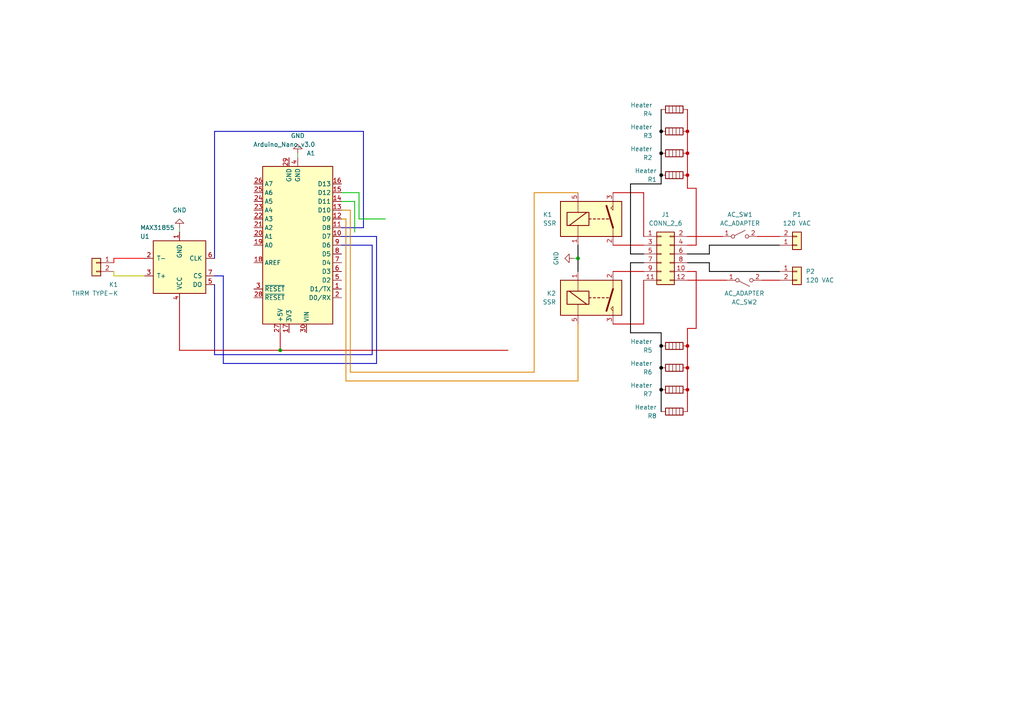
<source format=kicad_sch>
(kicad_sch (version 20211123) (generator eeschema)
  (paper "A4")
  (lib_symbols
    (symbol "Connector_Generic:Conn_01x02" (pin_names (offset 1.016) hide)
      (property "Reference" "J" (at 0 2.54 0))
      (property "Value" "Conn_01x02" (at 0 -5.08 0))
      (symbol "Conn_01x02_1_1"
        (rectangle (start -1.27 -2.413) (end 0 -2.667) (stroke (width 0.1524)))
        (rectangle (start -1.27 0.127) (end 0 -0.127) (stroke (width 0.1524)))
        (rectangle (start -1.27 1.27) (end 1.27 -3.81) (stroke (width 0.254)) (fill (type background)))
        (pin passive line (at -5.08 0 0) (length 3.81) (name "Pin_1") (number "1"))
        (pin passive line (at -5.08 -2.54 0) (length 3.81) (name "Pin_2") (number "2"))
      )
    )
    (symbol "Connector_Generic:Conn_02x06_Odd_Even" (pin_names (offset 1.016) hide)
      (property "Reference" "J" (at 1.27 7.62 0))
      (property "Value" "Conn_02x06_Odd_Even" (at 1.27 -10.16 0))
      (symbol "Conn_02x06_Odd_Even_1_1"
        (rectangle (start -1.27 -7.493) (end 0 -7.747) (stroke (width 0.1524)))
        (rectangle (start -1.27 -4.953) (end 0 -5.207) (stroke (width 0.1524)))
        (rectangle (start -1.27 -2.413) (end 0 -2.667) (stroke (width 0.1524)))
        (rectangle (start -1.27 0.127) (end 0 -0.127) (stroke (width 0.1524)))
        (rectangle (start -1.27 2.667) (end 0 2.413) (stroke (width 0.1524)))
        (rectangle (start -1.27 5.207) (end 0 4.953) (stroke (width 0.1524)))
        (rectangle (start -1.27 6.35) (end 3.81 -8.89) (stroke (width 0.254)) (fill (type background)))
        (rectangle (start 3.81 -7.493) (end 2.54 -7.747) (stroke (width 0.1524)))
        (rectangle (start 3.81 -4.953) (end 2.54 -5.207) (stroke (width 0.1524)))
        (rectangle (start 3.81 -2.413) (end 2.54 -2.667) (stroke (width 0.1524)))
        (rectangle (start 3.81 0.127) (end 2.54 -0.127) (stroke (width 0.1524)))
        (rectangle (start 3.81 2.667) (end 2.54 2.413) (stroke (width 0.1524)))
        (rectangle (start 3.81 5.207) (end 2.54 4.953) (stroke (width 0.1524)))
        (pin passive line (at -5.08 5.08 0) (length 3.81) (name "Pin_1") (number "1"))
        (pin passive line (at 7.62 -5.08 180) (length 3.81) (name "Pin_10") (number "10"))
        (pin passive line (at -5.08 -7.62 0) (length 3.81) (name "Pin_11") (number "11"))
        (pin passive line (at 7.62 -7.62 180) (length 3.81) (name "Pin_12") (number "12"))
        (pin passive line (at 7.62 5.08 180) (length 3.81) (name "Pin_2") (number "2"))
        (pin passive line (at -5.08 2.54 0) (length 3.81) (name "Pin_3") (number "3"))
        (pin passive line (at 7.62 2.54 180) (length 3.81) (name "Pin_4") (number "4"))
        (pin passive line (at -5.08 0 0) (length 3.81) (name "Pin_5") (number "5"))
        (pin passive line (at 7.62 0 180) (length 3.81) (name "Pin_6") (number "6"))
        (pin passive line (at -5.08 -2.54 0) (length 3.81) (name "Pin_7") (number "7"))
        (pin passive line (at 7.62 -2.54 180) (length 3.81) (name "Pin_8") (number "8"))
        (pin passive line (at -5.08 -5.08 0) (length 3.81) (name "Pin_9") (number "9"))
      )
    )
    (symbol "Device:Heater" (pin_numbers hide) (pin_names (offset 0))
      (property "Reference" "R" (at 2.032 0 90))
      (property "Value" "Heater" (at -2.032 0 90))
      (symbol "Heater_0_1"
        (rectangle (start -1.016 -2.54) (end 1.016 2.54) (stroke (width 0.254)))
        (polyline (pts (xy -1.016 1.524) (xy 1.016 1.524)))
        (polyline (pts (xy 1.016 -1.524) (xy -1.016 -1.524)))
        (polyline (pts (xy 1.016 -0.508) (xy -1.016 -0.508)))
        (polyline (pts (xy 1.016 0.508) (xy -1.016 0.508)))
      )
      (symbol "Heater_1_1"
        (pin passive line (at 0 3.81 270) (length 1.27) (name "~") (number "1"))
        (pin passive line (at 0 -3.81 90) (length 1.27) (name "~") (number "2"))
      )
    )
    (symbol "MCU_Module:Arduino_Nano_v3.x"
      (property "Reference" "A" (at -10.16 23.495 0))
      (property "Value" "Arduino_Nano_v3.x" (at 5.08 -24.13 0))
      (symbol "Arduino_Nano_v3.x_0_1"
        (rectangle (start -10.16 22.86) (end 10.16 -22.86) (stroke (width 0.254)) (fill (type background)))
      )
      (symbol "Arduino_Nano_v3.x_1_1"
        (pin bidirectional line (at -12.7 12.7 0) (length 2.54) (name "D1/TX") (number "1"))
        (pin bidirectional line (at -12.7 -2.54 0) (length 2.54) (name "D7") (number "10"))
        (pin bidirectional line (at -12.7 -5.08 0) (length 2.54) (name "D8") (number "11"))
        (pin bidirectional line (at -12.7 -7.62 0) (length 2.54) (name "D9") (number "12"))
        (pin bidirectional line (at -12.7 -10.16 0) (length 2.54) (name "D10") (number "13"))
        (pin bidirectional line (at -12.7 -12.7 0) (length 2.54) (name "D11") (number "14"))
        (pin bidirectional line (at -12.7 -15.24 0) (length 2.54) (name "D12") (number "15"))
        (pin bidirectional line (at -12.7 -17.78 0) (length 2.54) (name "D13") (number "16"))
        (pin power_out line (at 2.54 25.4 270) (length 2.54) (name "3V3") (number "17"))
        (pin input line (at 12.7 5.08 180) (length 2.54) (name "AREF") (number "18"))
        (pin bidirectional line (at 12.7 0 180) (length 2.54) (name "A0") (number "19"))
        (pin bidirectional line (at -12.7 15.24 0) (length 2.54) (name "D0/RX") (number "2"))
        (pin bidirectional line (at 12.7 -2.54 180) (length 2.54) (name "A1") (number "20"))
        (pin bidirectional line (at 12.7 -5.08 180) (length 2.54) (name "A2") (number "21"))
        (pin bidirectional line (at 12.7 -7.62 180) (length 2.54) (name "A3") (number "22"))
        (pin bidirectional line (at 12.7 -10.16 180) (length 2.54) (name "A4") (number "23"))
        (pin bidirectional line (at 12.7 -12.7 180) (length 2.54) (name "A5") (number "24"))
        (pin bidirectional line (at 12.7 -15.24 180) (length 2.54) (name "A6") (number "25"))
        (pin bidirectional line (at 12.7 -17.78 180) (length 2.54) (name "A7") (number "26"))
        (pin power_out line (at 5.08 25.4 270) (length 2.54) (name "+5V") (number "27"))
        (pin input line (at 12.7 15.24 180) (length 2.54) (name "~{RESET}") (number "28"))
        (pin power_in line (at 2.54 -25.4 90) (length 2.54) (name "GND") (number "29"))
        (pin input line (at 12.7 12.7 180) (length 2.54) (name "~{RESET}") (number "3"))
        (pin power_in line (at -2.54 25.4 270) (length 2.54) (name "VIN") (number "30"))
        (pin power_in line (at 0 -25.4 90) (length 2.54) (name "GND") (number "4"))
        (pin bidirectional line (at -12.7 10.16 0) (length 2.54) (name "D2") (number "5"))
        (pin bidirectional line (at -12.7 7.62 0) (length 2.54) (name "D3") (number "6"))
        (pin bidirectional line (at -12.7 5.08 0) (length 2.54) (name "D4") (number "7"))
        (pin bidirectional line (at -12.7 2.54 0) (length 2.54) (name "D5") (number "8"))
        (pin bidirectional line (at -12.7 0 0) (length 2.54) (name "D6") (number "9"))
      )
    )
    (symbol "Relay:G5Q-1A"
      (property "Reference" "K" (at 8.89 3.81 0))
      (property "Value" "G5Q-1A" (at 8.89 1.27 0))
      (symbol "G5Q-1A_0_0"
        (polyline (pts (xy 5.08 5.08) (xy 5.08 2.54) (xy 4.445 3.175) (xy 5.08 3.81)))
      )
      (symbol "G5Q-1A_0_1"
        (rectangle (start -10.16 5.08) (end 7.62 -5.08) (stroke (width 0.254)) (fill (type background)))
        (rectangle (start -8.255 1.905) (end -1.905 -1.905) (stroke (width 0.254)))
        (polyline (pts (xy -7.62 -1.905) (xy -2.54 1.905)) (stroke (width 0.254)))
        (polyline (pts (xy -5.08 -5.08) (xy -5.08 -1.905)))
        (polyline (pts (xy -5.08 5.08) (xy -5.08 1.905)))
        (polyline (pts (xy -1.905 0) (xy -1.27 0)) (stroke (width 0.254)))
        (polyline (pts (xy -0.635 0) (xy 0 0)) (stroke (width 0.254)))
        (polyline (pts (xy 0.635 0) (xy 1.27 0)) (stroke (width 0.254)))
        (polyline (pts (xy 1.905 0) (xy 2.54 0)) (stroke (width 0.254)))
        (polyline (pts (xy 3.175 0) (xy 3.81 0)) (stroke (width 0.254)))
        (polyline (pts (xy 5.08 -2.54) (xy 3.175 3.81)) (stroke (width 0.508)))
        (polyline (pts (xy 5.08 -2.54) (xy 5.08 -5.08)))
      )
      (symbol "G5Q-1A_1_1"
        (pin passive line (at -5.08 -7.62 90) (length 2.54) (name "~") (number "1"))
        (pin passive line (at 5.08 -7.62 90) (length 2.54) (name "~") (number "2"))
        (pin passive line (at 5.08 7.62 270) (length 2.54) (name "~") (number "3"))
        (pin passive line (at -5.08 7.62 270) (length 2.54) (name "~") (number "5"))
      )
    )
    (symbol "Sensor_Temperature:MAX31855EASA" (pin_names (offset 1.016))
      (property "Reference" "U1" (at -11.43 -8.89 0))
      (property "Value" "MAX31855" (at -11.43 -11.43 0))
      (symbol "MAX31855EASA_0_1"
        (rectangle (start -7.62 7.62) (end 7.62 -7.62) (stroke (width 0.254)) (fill (type background)))
      )
      (symbol "MAX31855EASA_1_1"
        (pin power_in line (at 0 -10.16 90) (length 2.54) (name "GND") (number "1"))
        (pin passive line (at -10.16 -2.54 0) (length 2.54) (name "T-") (number "2"))
        (pin passive line (at -10.16 2.54 0) (length 2.54) (name "T+") (number "3"))
        (pin power_in line (at 0 10.16 270) (length 2.54) (name "VCC") (number "4"))
        (pin input line (at 10.16 5.08 180) (length 2.54) (name "DO") (number "5"))
        (pin input line (at 10.16 -2.54 180) (length 2.54) (name "CLK") (number "6"))
        (pin tri_state line (at 10.16 2.54 180) (length 2.54) (name "CS") (number "7"))
      )
    )
    (symbol "Switch:SW_SPST" (pin_names (offset 0) hide)
      (property "Reference" "SW" (at 0 3.175 0))
      (property "Value" "SW_SPST" (at 0 -2.54 0))
      (symbol "SW_SPST_0_0"
        (circle (center -2.032 0) (radius 0.508))
        (polyline (pts (xy -1.524 0.254) (xy 1.524 1.778)))
        (circle (center 2.032 0) (radius 0.508))
      )
      (symbol "SW_SPST_1_1"
        (pin passive line (at -5.08 0 0) (length 2.54) (name "A") (number "1"))
        (pin passive line (at 5.08 0 180) (length 2.54) (name "B") (number "2"))
      )
    )
    (symbol "power:GND" (power) (pin_names (offset 0))
      (property "Value" "GND" (at 0 -3.81 0))
      (symbol "GND_0_1"
        (polyline (pts (xy 0 0) (xy 0 -1.27) (xy 1.27 -1.27) (xy 0 -2.54) (xy -1.27 -1.27) (xy 0 -1.27)))
      )
      (symbol "GND_1_1"
        (pin power_in line (at 0 0 270) (length 0) hide (name "GND") (number "1"))
      )
    )
  )
  (junction (at 199.39 100.33) (color 194 0 0 1))
  (junction (at 191.77 106.68) (color 0 0 0 1))
  (junction (at 191.77 38.1) (color 0 0 0 1))
  (junction (at 191.77 100.33) (color 0 0 0 1))
  (junction (at 167.64 74.93))
  (junction (at 199.39 50.8) (color 194 0 0 1))
  (junction (at 191.77 44.45) (color 0 0 0 1))
  (junction (at 199.39 44.45) (color 194 0 0 1))
  (junction (at 191.77 50.8) (color 0 0 0 1))
  (junction (at 81.28 101.6))
  (junction (at 199.39 38.1) (color 194 0 0 1))
  (junction (at 191.77 113.03) (color 0 0 0 1))
  (junction (at 199.39 106.68) (color 194 0 0 1))
  (junction (at 199.39 113.03) (color 194 0 0 1))
  (wire (pts (xy 201.93 95.25) (xy 199.39 95.25)) (stroke (width 0.25) (color 194 0 0 1)))
  (wire (pts (xy 105.41 66.04) (xy 105.41 38.1)) (stroke (width 0.25) (color 0 0 194 1)))
  (wire (pts (xy 109.22 105.41) (xy 64.77 105.41)) (stroke (width 0.25) (color 0 0 194 1)))
  (wire (pts (xy 177.8 78.74) (xy 186.69 78.74)) (stroke (width 0.25) (color 194 0 0 1)))
  (wire (pts (xy 107.95 102.87) (xy 62.23 102.87)) (stroke (width 0.25) (color 0 0 194 1)))
  (wire (pts (xy 166.37 74.93) (xy 167.64 74.93)))
  (wire (pts (xy 191.77 50.8) (xy 191.77 53.34)) (stroke (width 0.25) (color 0 0 0 1)))
  (wire (pts (xy 199.39 50.8) (xy 199.39 54.61)) (stroke (width 0.25) (color 194 0 0 1)))
  (wire (pts (xy 199.39 106.68) (xy 199.39 113.03)) (stroke (width 0.25) (color 194 0 0 1)))
  (wire (pts (xy 186.69 93.98) (xy 186.69 81.28)) (stroke (width 0.25) (color 194 0 0 1)))
  (wire (pts (xy 191.77 31.75) (xy 191.77 38.1)) (stroke (width 0.25) (color 0 0 0 1)))
  (wire (pts (xy 201.93 71.12) (xy 201.93 54.61)) (stroke (width 0.25) (color 194 0 0 1)))
  (wire (pts (xy 199.39 81.28) (xy 210.82 81.28)) (stroke (width 0.25) (color 194 0 0 1)))
  (wire (pts (xy 219.71 68.58) (xy 226.06 68.58)) (stroke (width 0.25) (color 194 0 0 1)))
  (wire (pts (xy 199.39 68.58) (xy 209.55 68.58)) (stroke (width 0.25) (color 194 0 0 1)))
  (wire (pts (xy 199.39 113.03) (xy 199.39 119.38)) (stroke (width 0.25) (color 194 0 0 1)))
  (wire (pts (xy 167.64 93.98) (xy 167.64 110.49)) (stroke (width 0.25) (color 221 133 0 1)))
  (wire (pts (xy 104.14 63.5) (xy 111.76 63.5)) (stroke (width 0.25) (color 0 194 0 1)))
  (wire (pts (xy 99.06 55.88) (xy 104.14 55.88)) (stroke (width 0.25) (color 0 194 0 1)))
  (wire (pts (xy 52.07 66.04) (xy 52.07 67.31)))
  (wire (pts (xy 191.77 100.33) (xy 191.77 106.68)) (stroke (width 0.25) (color 0 0 0 1)))
  (wire (pts (xy 104.14 55.88) (xy 104.14 63.5)) (stroke (width 0.25) (color 0 194 0 1)))
  (wire (pts (xy 186.69 68.58) (xy 186.69 55.88)) (stroke (width 0.25) (color 194 0 0 1)))
  (wire (pts (xy 201.93 54.61) (xy 199.39 54.61)) (stroke (width 0.25) (color 194 0 0 1)))
  (wire (pts (xy 107.95 71.12) (xy 107.95 102.87)) (stroke (width 0.25) (color 0 0 194 1)))
  (wire (pts (xy 99.06 71.12) (xy 107.95 71.12)) (stroke (width 0.25) (color 0 0 194 1)))
  (wire (pts (xy 205.74 73.66) (xy 199.39 73.66)) (stroke (width 0.25) (color 0 0 0 1)))
  (wire (pts (xy 52.07 87.63) (xy 52.07 101.6)) (stroke (width 0.25) (color 194 0 0 1)))
  (wire (pts (xy 81.28 96.52) (xy 81.28 101.6)) (stroke (width 0.25) (color 194 0 0 1)))
  (wire (pts (xy 33.02 78.74) (xy 33.02 80.01)) (stroke (width 0.25) (color 194 194 0 1)))
  (wire (pts (xy 167.64 55.88) (xy 154.94 55.88)) (stroke (width 0.25) (color 221 133 0 1)))
  (wire (pts (xy 182.88 76.2) (xy 182.88 96.52)) (stroke (width 0.25) (color 0 0 0 1)))
  (wire (pts (xy 220.98 81.28) (xy 226.06 81.28)) (stroke (width 0.25) (color 194 0 0 1)))
  (wire (pts (xy 64.77 105.41) (xy 64.77 80.01)) (stroke (width 0.25) (color 0 0 194 1)))
  (wire (pts (xy 182.88 96.52) (xy 191.77 96.52)) (stroke (width 0.25) (color 0 0 0 1)))
  (wire (pts (xy 33.02 80.01) (xy 41.91 80.01)) (stroke (width 0.25) (color 194 194 0 1)))
  (wire (pts (xy 205.74 78.74) (xy 205.74 76.2)) (stroke (width 0.25) (color 0 0 0 1)))
  (wire (pts (xy 99.06 60.96) (xy 101.6 60.96)) (stroke (width 0.25) (color 221 133 0 1)))
  (wire (pts (xy 105.41 38.1) (xy 62.23 38.1)) (stroke (width 0.25) (color 0 0 194 1)))
  (wire (pts (xy 154.94 55.88) (xy 154.94 107.95)) (stroke (width 0.25) (color 221 133 0 1)))
  (wire (pts (xy 33.02 74.93) (xy 41.91 74.93)) (stroke (width 0.25) (color 255 0 0 1)))
  (wire (pts (xy 199.39 95.25) (xy 199.39 100.33)) (stroke (width 0.25) (color 194 0 0 1)))
  (wire (pts (xy 205.74 76.2) (xy 199.39 76.2)) (stroke (width 0.25) (color 0 0 0 1)))
  (wire (pts (xy 86.36 44.45) (xy 86.36 45.72)))
  (wire (pts (xy 191.77 106.68) (xy 191.77 113.03)) (stroke (width 0.25) (color 0 0 0 1)))
  (wire (pts (xy 186.69 73.66) (xy 182.88 73.66)) (stroke (width 0.25) (color 0 0 0 1)))
  (wire (pts (xy 100.33 110.49) (xy 167.64 110.49)) (stroke (width 0.25) (color 221 133 0 1)))
  (wire (pts (xy 191.77 113.03) (xy 191.77 119.38)) (stroke (width 0.25) (color 0 0 0 1)))
  (wire (pts (xy 81.28 101.6) (xy 147.32 101.6)) (stroke (width 0.25) (color 194 0 0 1)))
  (wire (pts (xy 186.69 76.2) (xy 182.88 76.2)) (stroke (width 0.25) (color 0 0 0 1)))
  (wire (pts (xy 102.87 58.42) (xy 102.87 67.31)) (stroke (width 0.25) (color 0 194 0 1)))
  (wire (pts (xy 199.39 78.74) (xy 201.93 78.74)) (stroke (width 0.25) (color 194 0 0 1)))
  (wire (pts (xy 191.77 38.1) (xy 191.77 44.45)) (stroke (width 0.25) (color 0 0 0 1)))
  (wire (pts (xy 177.8 93.98) (xy 186.69 93.98)) (stroke (width 0.25) (color 194 0 0 1)))
  (wire (pts (xy 191.77 44.45) (xy 191.77 50.8)) (stroke (width 0.25) (color 0 0 0 1)))
  (wire (pts (xy 177.8 71.12) (xy 186.69 71.12)) (stroke (width 0.25) (color 194 0 0 1)))
  (wire (pts (xy 100.33 63.5) (xy 100.33 110.49)) (stroke (width 0.25) (color 221 133 0 1)))
  (wire (pts (xy 226.06 71.12) (xy 205.74 71.12)) (stroke (width 0.25) (color 0 0 0 1)))
  (wire (pts (xy 191.77 53.34) (xy 182.88 53.34)) (stroke (width 0.25) (color 0 0 0 1)))
  (wire (pts (xy 205.74 71.12) (xy 205.74 73.66)) (stroke (width 0.25) (color 0 0 0 1)))
  (wire (pts (xy 199.39 38.1) (xy 199.39 44.45)) (stroke (width 0.25) (color 194 0 0 1)))
  (wire (pts (xy 191.77 96.52) (xy 191.77 100.33)) (stroke (width 0.25) (color 0 0 0 1)))
  (wire (pts (xy 167.64 74.93) (xy 167.64 78.74)) (stroke (width 0.25) (color 0 0 0 1)))
  (wire (pts (xy 52.07 101.6) (xy 81.28 101.6)) (stroke (width 0.25) (color 194 0 0 1)))
  (wire (pts (xy 199.39 100.33) (xy 199.39 106.68)) (stroke (width 0.25) (color 194 0 0 1)))
  (wire (pts (xy 62.23 102.87) (xy 62.23 82.55)) (stroke (width 0.25) (color 0 0 194 1)))
  (wire (pts (xy 109.22 68.58) (xy 109.22 105.41)) (stroke (width 0.25) (color 0 0 194 1)))
  (wire (pts (xy 201.93 78.74) (xy 201.93 95.25)) (stroke (width 0.25) (color 194 0 0 1)))
  (wire (pts (xy 199.39 44.45) (xy 199.39 50.8)) (stroke (width 0.25) (color 194 0 0 1)))
  (wire (pts (xy 62.23 38.1) (xy 62.23 74.93)) (stroke (width 0.25) (color 0 0 194 1)))
  (wire (pts (xy 186.69 55.88) (xy 177.8 55.88)) (stroke (width 0.25) (color 194 0 0 1)))
  (wire (pts (xy 99.06 58.42) (xy 102.87 58.42)) (stroke (width 0.25) (color 0 194 0 1)))
  (wire (pts (xy 167.64 71.12) (xy 167.64 74.93)) (stroke (width 0.25) (color 0 0 0 1)))
  (wire (pts (xy 199.39 71.12) (xy 201.93 71.12)) (stroke (width 0.25) (color 194 0 0 1)))
  (wire (pts (xy 182.88 53.34) (xy 182.88 73.66)) (stroke (width 0.25) (color 0 0 0 1)))
  (wire (pts (xy 154.94 107.95) (xy 101.6 107.95)) (stroke (width 0.25) (color 221 133 0 1)))
  (wire (pts (xy 99.06 66.04) (xy 105.41 66.04)) (stroke (width 0.25) (color 0 0 194 1)))
  (wire (pts (xy 64.77 80.01) (xy 62.23 80.01)) (stroke (width 0.25) (color 0 0 194 1)))
  (wire (pts (xy 99.06 63.5) (xy 100.33 63.5)) (stroke (width 0.25) (color 221 133 0 1)))
  (wire (pts (xy 226.06 78.74) (xy 205.74 78.74)) (stroke (width 0.25) (color 0 0 0 1)))
  (wire (pts (xy 33.02 76.2) (xy 33.02 74.93)) (stroke (width 0.25) (color 255 0 0 1)))
  (wire (pts (xy 99.06 68.58) (xy 109.22 68.58)) (stroke (width 0.25) (color 0 0 194 1)))
  (wire (pts (xy 199.39 31.75) (xy 199.39 38.1)) (stroke (width 0.25) (color 194 0 0 1)))
  (wire (pts (xy 101.6 60.96) (xy 101.6 107.95)) (stroke (width 0.25) (color 221 133 0 1)))
  (symbol (lib_id "Device:Heater") (at 195.58 106.68 90) (unit 1)
    (property "Reference" "R6" (at 189.23 107.95 90) (effects (justify left)))
    (property "Value" "Heater" (at 189.23 105.41 90) (effects (justify left)))
  )
  (symbol (lib_id "Device:Heater") (at 195.58 119.38 90) (unit 1)
    (property "Reference" "R8" (at 190.5 120.65 90) (effects (justify left)))
    (property "Value" "Heater" (at 190.5 118.11 90) (effects (justify left)))
  )
  (symbol (lib_id "Connector_Generic:Conn_02x06_Odd_Even") (at 191.77 73.66 0) (unit 1)
    (property "Reference" "J1" (at 193.04 62.23 0))
    (property "Value" "CONN_2_6" (at 193.04 64.77 0))
  )
  (symbol (lib_id "Device:Heater") (at 195.58 38.1 90) (unit 1)
    (property "Reference" "R3" (at 189.23 39.37 90) (effects (justify left)))
    (property "Value" "Heater" (at 189.23 36.83 90) (effects (justify left)))
  )
  (symbol (lib_id "Device:Heater") (at 195.58 113.03 90) (unit 1)
    (property "Reference" "R7" (at 189.23 114.3 90) (effects (justify left)))
    (property "Value" "Heater" (at 189.23 111.76 90) (effects (justify left)))
  )
  (symbol (lib_id "power:GND") (at 86.36 44.45 180) (unit 1)
    (property "Reference" "#PWR?" (effects hide))
    (property "Value" "GND" (at 86.36 39.37 0))
  )
  (symbol (lib_id "Relay:G5Q-1A") (at 172.72 63.5 0) (unit 1)
    (property "Reference" "K1" (at 157.48 62.23 0) (effects (justify left)))
    (property "Value" "SSR" (at 157.48 64.77 0) (effects (justify left)))
    (property "Footprint" "Relay_THT:Relay_SPST_Omron-G5Q-1A" (effects hide))
    (property "Datasheet" "https://www.omron.com/ecb/products/pdf/en-g5q.pdf" (effects hide))
  )
  (symbol (lib_id "Sensor_Temperature:MAX31855EASA") (at 52.07 77.47 0) (mirror x) (unit 1)
    (property "Reference" "U1" (at 40.64 68.58 0) (effects (justify left)))
    (property "Value" "MAX31855" (at 40.64 66.04 0) (effects (justify left)))
    (property "Footprint" "Package_SO:SOIC-8_3.9x4.9mm_P1.27mm" (effects hide))
    (property "Datasheet" "http://datasheets.maximintegrated.com/en/ds/MAX31855.pdf" (effects hide))
  )
  (symbol (lib_id "Relay:G5Q-1A") (at 172.72 86.36 0) (mirror x) (unit 1)
    (property "Reference" "K2" (at 161.29 85.0899 0) (effects (justify right)))
    (property "Value" "SSR" (at 161.29 87.6299 0) (effects (justify right)))
    (property "Footprint" "Relay_THT:Relay_SPST_Omron-G5Q-1A" (effects hide))
    (property "Datasheet" "https://www.omron.com/ecb/products/pdf/en-g5q.pdf" (effects hide))
  )
  (symbol (lib_id "Device:Heater") (at 195.58 31.75 90) (unit 1)
    (property "Reference" "R4" (at 189.23 33.02 90) (effects (justify left)))
    (property "Value" "Heater" (at 189.23 30.48 90) (effects (justify left)))
  )
  (symbol (lib_id "MCU_Module:Arduino_Nano_v3.x") (at 86.36 71.12 180) (unit 1)
    (property "Reference" "A1" (at 91.44 44.45 0) (effects (justify left)))
    (property "Value" "Arduino_Nano_v3.0" (at 91.44 41.91 0) (effects (justify left)))
    (property "Footprint" "Module:Arduino_Nano" (effects hide))
    (property "Datasheet" "http://www.mouser.com/pdfdocs/Gravitech_Arduino_Nano3_0.pdf" (effects hide))
  )
  (symbol (lib_id "Switch:SW_SPST") (at 215.9 81.28 0) (mirror x) (unit 1)
    (property "Reference" "AC_SW2" (at 215.9 87.63 0))
    (property "Value" "AC_ADAPTER" (at 215.9 85.09 0))
  )
  (symbol (lib_id "Switch:SW_SPST") (at 214.63 68.58 0) (unit 1)
    (property "Reference" "AC_SW1" (at 214.63 62.23 0))
    (property "Value" "AC_ADAPTER" (at 214.63 64.77 0))
  )
  (symbol (lib_id "Connector_Generic:Conn_01x02") (at 231.14 71.12 0) (mirror x) (unit 1)
    (property "Reference" "P1" (at 231.14 62.23 0))
    (property "Value" "120 VAC" (at 231.14 64.77 0))
  )
  (symbol (lib_id "Device:Heater") (at 195.58 100.33 90) (unit 1)
    (property "Reference" "R5" (at 189.23 101.6 90) (effects (justify left)))
    (property "Value" "Heater" (at 189.23 99.06 90) (effects (justify left)))
  )
  (symbol (lib_id "Device:Heater") (at 195.58 44.45 90) (unit 1)
    (property "Reference" "R2" (at 189.23 45.72 90) (effects (justify left)))
    (property "Value" "Heater" (at 189.23 43.18 90) (effects (justify left)))
  )
  (symbol (lib_id "Device:Heater") (at 195.58 50.8 90) (unit 1)
    (property "Reference" "R1" (at 190.5 52.07 90) (effects (justify left)))
    (property "Value" "Heater" (at 190.5 49.53 90) (effects (justify left)))
  )
  (symbol (lib_id "Connector_Generic:Conn_01x02") (at 231.14 78.74 0) (unit 1)
    (property "Reference" "P2" (at 233.68 78.7399 0) (effects (justify left)))
    (property "Value" "120 VAC" (at 233.68 81.2799 0) (effects (justify left)))
  )
  (symbol (lib_id "power:GND") (at 166.37 74.93 270) (unit 1)
    (property "Reference" "#PWR?" (effects hide))
    (property "Value" "GND" (at 161.29 74.93 0))
  )
  (symbol (lib_id "power:GND") (at 52.07 66.04 180) (unit 1)
    (property "Reference" "#PWR?" (effects hide))
    (property "Value" "GND" (at 52.07 60.96 0))
  )
  (symbol (lib_id "Connector_Generic:Conn_01x02") (at 27.94 76.2 0) (mirror y) (unit 1)
    (property "Reference" "K1" (at 34.29 82.55 0) (effects (justify left)))
    (property "Value" "THRM TYPE-K" (at 34.29 85.09 0) (effects (justify left)))
  )
)
</source>
